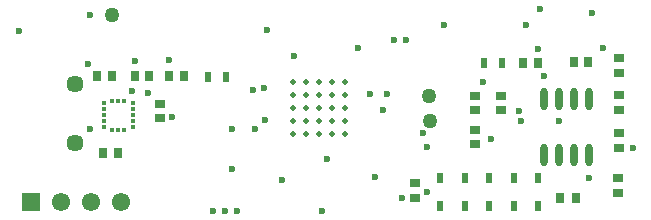
<source format=gbs>
G04*
G04 #@! TF.GenerationSoftware,Altium Limited,Altium Designer,23.10.1 (27)*
G04*
G04 Layer_Color=16711935*
%FSLAX44Y44*%
%MOMM*%
G71*
G04*
G04 #@! TF.SameCoordinates,AB5FA82C-F65C-42C8-8390-C989D648E836*
G04*
G04*
G04 #@! TF.FilePolarity,Negative*
G04*
G01*
G75*
%ADD23R,0.6000X0.9000*%
%ADD24R,0.8000X0.9500*%
%ADD31R,0.9500X0.8000*%
%ADD32R,0.9000X0.7500*%
%ADD33R,0.7500X0.9000*%
%ADD40R,1.5500X1.5500*%
%ADD41C,1.5500*%
%ADD42C,1.4500*%
%ADD43C,0.6000*%
%ADD44C,0.5000*%
%ADD45C,1.2700*%
%ADD47R,0.6000X0.9500*%
%ADD48O,0.6000X1.9000*%
%ADD49R,0.3500X0.4500*%
%ADD50R,0.4500X0.3500*%
D23*
X478550Y1013990D02*
D03*
X463550D02*
D03*
X697350Y1026160D02*
D03*
X712350D02*
D03*
D24*
X743100D02*
D03*
X774850Y911860D02*
D03*
X430380Y1014730D02*
D03*
X374500Y949960D02*
D03*
X730100Y1026160D02*
D03*
X761850Y911860D02*
D03*
X443380Y1014730D02*
D03*
X387500Y949960D02*
D03*
D31*
X810260Y928520D02*
D03*
Y915520D02*
D03*
X638810Y924710D02*
D03*
Y911710D02*
D03*
X811530Y953620D02*
D03*
Y966620D02*
D03*
D32*
X811340Y1029810D02*
D03*
Y986410D02*
D03*
X711200Y985870D02*
D03*
X689610D02*
D03*
Y969010D02*
D03*
X422910Y991520D02*
D03*
X811340Y998410D02*
D03*
Y1017810D02*
D03*
X711200Y997870D02*
D03*
X689610D02*
D03*
Y957010D02*
D03*
X422910Y979520D02*
D03*
D33*
X785590Y1026350D02*
D03*
X401670Y1014730D02*
D03*
X381920D02*
D03*
X773590Y1026350D02*
D03*
X413670Y1014730D02*
D03*
X369920D02*
D03*
D40*
X313690Y908050D02*
D03*
D41*
X339090D02*
D03*
X389890D02*
D03*
X364490D02*
D03*
D42*
X350850Y958140D02*
D03*
Y1008140D02*
D03*
D43*
X627380Y911860D02*
D03*
X601030Y999490D02*
D03*
X611677Y985983D02*
D03*
X536133Y1031560D02*
D03*
X563880Y944560D02*
D03*
X703305Y961470D02*
D03*
X797560Y1038860D02*
D03*
X742950Y1037590D02*
D03*
X822960Y953770D02*
D03*
X430530Y1028700D02*
D03*
X401320Y1027430D02*
D03*
X412750Y1000760D02*
D03*
X511810Y977900D02*
D03*
X483870Y935990D02*
D03*
X525780Y927100D02*
D03*
X788421Y1068390D02*
D03*
X732790Y1057910D02*
D03*
X621030Y1045210D02*
D03*
X631190D02*
D03*
X648600Y916299D02*
D03*
X604520Y929640D02*
D03*
X560070Y900430D02*
D03*
X513080Y1054100D02*
D03*
X501650Y1003300D02*
D03*
X303530Y1052830D02*
D03*
X398780Y1002030D02*
D03*
X487680Y900430D02*
D03*
X477520D02*
D03*
X433070Y980440D02*
D03*
X363220Y970280D02*
D03*
X467360Y900430D02*
D03*
X502920Y970280D02*
D03*
X483870D02*
D03*
X510540Y1004570D02*
D03*
X662940Y1057910D02*
D03*
X614680Y999410D02*
D03*
X744220Y1071880D02*
D03*
X748030Y1014730D02*
D03*
X726440Y985520D02*
D03*
X645160Y966470D02*
D03*
X695960Y1009650D02*
D03*
X728101Y976630D02*
D03*
X760730D02*
D03*
X648970Y955040D02*
D03*
X786130Y928370D02*
D03*
X590550Y1038860D02*
D03*
X363220Y1066800D02*
D03*
X361950Y1024890D02*
D03*
D44*
X579530Y1010060D02*
D03*
Y999060D02*
D03*
Y988060D02*
D03*
Y977060D02*
D03*
Y966060D02*
D03*
X568530Y1010060D02*
D03*
Y999060D02*
D03*
Y988060D02*
D03*
Y977060D02*
D03*
Y966060D02*
D03*
X557530Y1010060D02*
D03*
Y999060D02*
D03*
Y988060D02*
D03*
Y977060D02*
D03*
Y966060D02*
D03*
X546530Y1010060D02*
D03*
Y999060D02*
D03*
Y988060D02*
D03*
Y977060D02*
D03*
Y966060D02*
D03*
X535530Y1010060D02*
D03*
Y999060D02*
D03*
Y988060D02*
D03*
Y977060D02*
D03*
Y966060D02*
D03*
D45*
X651510Y976630D02*
D03*
X650240Y998220D02*
D03*
X382270Y1066800D02*
D03*
D47*
X701549Y928690D02*
D03*
Y905190D02*
D03*
X680848D02*
D03*
Y928690D02*
D03*
X722250Y905190D02*
D03*
Y928690D02*
D03*
X742950Y905190D02*
D03*
Y928690D02*
D03*
X660148D02*
D03*
Y905190D02*
D03*
D48*
X747840Y995240D02*
D03*
X760540D02*
D03*
X773240D02*
D03*
X785940D02*
D03*
X747840Y948240D02*
D03*
X760540D02*
D03*
X773240D02*
D03*
X785940D02*
D03*
D49*
X382350Y993960D02*
D03*
X392350Y969460D02*
D03*
Y993960D02*
D03*
X387350D02*
D03*
X382350Y969460D02*
D03*
X387350D02*
D03*
D50*
X399600Y991710D02*
D03*
X375100Y986710D02*
D03*
X399600Y971710D02*
D03*
X375100Y976710D02*
D03*
X399600D02*
D03*
X375100Y991710D02*
D03*
Y981710D02*
D03*
Y971710D02*
D03*
X399600Y981710D02*
D03*
Y986710D02*
D03*
M02*

</source>
